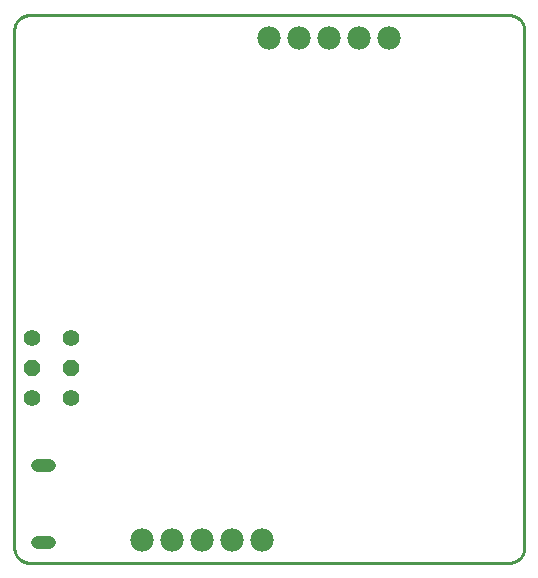
<source format=gbs>
G75*
%MOIN*%
%OFA0B0*%
%FSLAX25Y25*%
%IPPOS*%
%LPD*%
%AMOC8*
5,1,8,0,0,1.08239X$1,22.5*
%
%ADD10C,0.01000*%
%ADD11C,0.07800*%
%ADD12C,0.04400*%
%ADD13OC8,0.05600*%
%ADD14C,0.05600*%
D10*
X0008238Y0006500D02*
X0008238Y0179000D01*
X0008240Y0179140D01*
X0008246Y0179280D01*
X0008256Y0179420D01*
X0008269Y0179560D01*
X0008287Y0179699D01*
X0008309Y0179838D01*
X0008334Y0179975D01*
X0008363Y0180113D01*
X0008396Y0180249D01*
X0008433Y0180384D01*
X0008474Y0180518D01*
X0008519Y0180651D01*
X0008567Y0180783D01*
X0008619Y0180913D01*
X0008674Y0181042D01*
X0008733Y0181169D01*
X0008796Y0181295D01*
X0008862Y0181419D01*
X0008931Y0181540D01*
X0009004Y0181660D01*
X0009081Y0181778D01*
X0009160Y0181893D01*
X0009243Y0182007D01*
X0009329Y0182117D01*
X0009418Y0182226D01*
X0009510Y0182332D01*
X0009605Y0182435D01*
X0009702Y0182536D01*
X0009803Y0182633D01*
X0009906Y0182728D01*
X0010012Y0182820D01*
X0010121Y0182909D01*
X0010231Y0182995D01*
X0010345Y0183078D01*
X0010460Y0183157D01*
X0010578Y0183234D01*
X0010698Y0183307D01*
X0010819Y0183376D01*
X0010943Y0183442D01*
X0011069Y0183505D01*
X0011196Y0183564D01*
X0011325Y0183619D01*
X0011455Y0183671D01*
X0011587Y0183719D01*
X0011720Y0183764D01*
X0011854Y0183805D01*
X0011989Y0183842D01*
X0012125Y0183875D01*
X0012263Y0183904D01*
X0012400Y0183929D01*
X0012539Y0183951D01*
X0012678Y0183969D01*
X0012818Y0183982D01*
X0012958Y0183992D01*
X0013098Y0183998D01*
X0013238Y0184000D01*
X0173238Y0184000D01*
X0173378Y0183998D01*
X0173518Y0183992D01*
X0173658Y0183982D01*
X0173798Y0183969D01*
X0173937Y0183951D01*
X0174076Y0183929D01*
X0174213Y0183904D01*
X0174351Y0183875D01*
X0174487Y0183842D01*
X0174622Y0183805D01*
X0174756Y0183764D01*
X0174889Y0183719D01*
X0175021Y0183671D01*
X0175151Y0183619D01*
X0175280Y0183564D01*
X0175407Y0183505D01*
X0175533Y0183442D01*
X0175657Y0183376D01*
X0175778Y0183307D01*
X0175898Y0183234D01*
X0176016Y0183157D01*
X0176131Y0183078D01*
X0176245Y0182995D01*
X0176355Y0182909D01*
X0176464Y0182820D01*
X0176570Y0182728D01*
X0176673Y0182633D01*
X0176774Y0182536D01*
X0176871Y0182435D01*
X0176966Y0182332D01*
X0177058Y0182226D01*
X0177147Y0182117D01*
X0177233Y0182007D01*
X0177316Y0181893D01*
X0177395Y0181778D01*
X0177472Y0181660D01*
X0177545Y0181540D01*
X0177614Y0181419D01*
X0177680Y0181295D01*
X0177743Y0181169D01*
X0177802Y0181042D01*
X0177857Y0180913D01*
X0177909Y0180783D01*
X0177957Y0180651D01*
X0178002Y0180518D01*
X0178043Y0180384D01*
X0178080Y0180249D01*
X0178113Y0180113D01*
X0178142Y0179975D01*
X0178167Y0179838D01*
X0178189Y0179699D01*
X0178207Y0179560D01*
X0178220Y0179420D01*
X0178230Y0179280D01*
X0178236Y0179140D01*
X0178238Y0179000D01*
X0178238Y0006500D01*
X0178236Y0006360D01*
X0178230Y0006220D01*
X0178220Y0006080D01*
X0178207Y0005940D01*
X0178189Y0005801D01*
X0178167Y0005662D01*
X0178142Y0005525D01*
X0178113Y0005387D01*
X0178080Y0005251D01*
X0178043Y0005116D01*
X0178002Y0004982D01*
X0177957Y0004849D01*
X0177909Y0004717D01*
X0177857Y0004587D01*
X0177802Y0004458D01*
X0177743Y0004331D01*
X0177680Y0004205D01*
X0177614Y0004081D01*
X0177545Y0003960D01*
X0177472Y0003840D01*
X0177395Y0003722D01*
X0177316Y0003607D01*
X0177233Y0003493D01*
X0177147Y0003383D01*
X0177058Y0003274D01*
X0176966Y0003168D01*
X0176871Y0003065D01*
X0176774Y0002964D01*
X0176673Y0002867D01*
X0176570Y0002772D01*
X0176464Y0002680D01*
X0176355Y0002591D01*
X0176245Y0002505D01*
X0176131Y0002422D01*
X0176016Y0002343D01*
X0175898Y0002266D01*
X0175778Y0002193D01*
X0175657Y0002124D01*
X0175533Y0002058D01*
X0175407Y0001995D01*
X0175280Y0001936D01*
X0175151Y0001881D01*
X0175021Y0001829D01*
X0174889Y0001781D01*
X0174756Y0001736D01*
X0174622Y0001695D01*
X0174487Y0001658D01*
X0174351Y0001625D01*
X0174213Y0001596D01*
X0174076Y0001571D01*
X0173937Y0001549D01*
X0173798Y0001531D01*
X0173658Y0001518D01*
X0173518Y0001508D01*
X0173378Y0001502D01*
X0173238Y0001500D01*
X0013238Y0001500D01*
X0013098Y0001502D01*
X0012958Y0001508D01*
X0012818Y0001518D01*
X0012678Y0001531D01*
X0012539Y0001549D01*
X0012400Y0001571D01*
X0012263Y0001596D01*
X0012125Y0001625D01*
X0011989Y0001658D01*
X0011854Y0001695D01*
X0011720Y0001736D01*
X0011587Y0001781D01*
X0011455Y0001829D01*
X0011325Y0001881D01*
X0011196Y0001936D01*
X0011069Y0001995D01*
X0010943Y0002058D01*
X0010819Y0002124D01*
X0010698Y0002193D01*
X0010578Y0002266D01*
X0010460Y0002343D01*
X0010345Y0002422D01*
X0010231Y0002505D01*
X0010121Y0002591D01*
X0010012Y0002680D01*
X0009906Y0002772D01*
X0009803Y0002867D01*
X0009702Y0002964D01*
X0009605Y0003065D01*
X0009510Y0003168D01*
X0009418Y0003274D01*
X0009329Y0003383D01*
X0009243Y0003493D01*
X0009160Y0003607D01*
X0009081Y0003722D01*
X0009004Y0003840D01*
X0008931Y0003960D01*
X0008862Y0004081D01*
X0008796Y0004205D01*
X0008733Y0004331D01*
X0008674Y0004458D01*
X0008619Y0004587D01*
X0008567Y0004717D01*
X0008519Y0004849D01*
X0008474Y0004982D01*
X0008433Y0005116D01*
X0008396Y0005251D01*
X0008363Y0005387D01*
X0008334Y0005525D01*
X0008309Y0005662D01*
X0008287Y0005801D01*
X0008269Y0005940D01*
X0008256Y0006080D01*
X0008246Y0006220D01*
X0008240Y0006360D01*
X0008238Y0006500D01*
D11*
X0050738Y0009000D03*
X0060738Y0009000D03*
X0070738Y0009000D03*
X0080738Y0009000D03*
X0090738Y0009000D03*
X0093238Y0176500D03*
X0103238Y0176500D03*
X0113238Y0176500D03*
X0123238Y0176500D03*
X0133238Y0176500D03*
D12*
X0019707Y0034242D02*
X0015707Y0034242D01*
X0015707Y0008258D02*
X0019707Y0008258D01*
D13*
X0014242Y0066500D03*
X0027234Y0066500D03*
D14*
X0027234Y0076500D03*
X0014242Y0076500D03*
X0014242Y0056500D03*
X0027234Y0056500D03*
M02*

</source>
